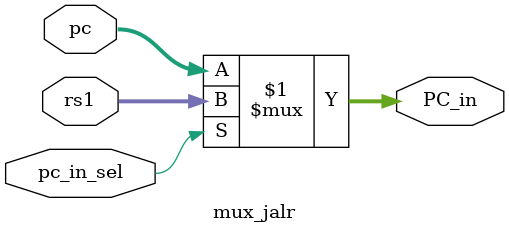
<source format=v>
`timescale 1ns / 1ps


module mux_pcnext(
    input PC_Src,
    input [31:0] PC_plus4,
    input [31:0] PC_target,
    output [31:0] PC_next
    );
    
    assign PC_next = PC_Src ? PC_target : PC_plus4;
endmodule


module mux_Bin(
    input ALU_Src,
    input [31:0] RD_2,
    input [31:0] Imm_Ext,
    output [31:0] Src_B
    );
    
    assign Src_B = ALU_Src ? Imm_Ext : RD_2;
    
endmodule


module mux_result(
    input [1:0] Res_Src,
    input [31:0] ALU_res,
    input [31:0] read_data,
    input [31:0] PC_plus4,
    input [31:0] PC_target,
    output [31:0] Result
    );
    
    assign Result = (Res_Src == 2'b00) ? ALU_res :
                    (Res_Src == 2'b01) ? read_data :
                    (Res_Src == 2'b10) ? PC_plus4 : 
                    (Res_Src == 2'b11) ? PC_target : 32'd0;
                    
endmodule


module mux_jalr (
    input [31:0] rs1, 
    input [31:0] pc,
    input pc_in_sel,
    output [31:0] PC_in
);

assign PC_in = pc_in_sel ? rs1 : pc;

endmodule
</source>
